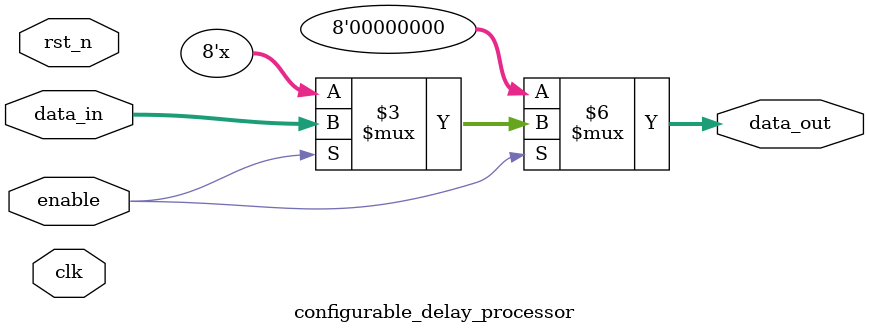
<source format=sv>
module and_gate_8_delay (
    input  wire [7:0] a,    // 8-bit input A
    input  wire [7:0] b,    // 8-bit input B
    output wire [7:0] y     // 8-bit output Y
);
    // 内部信号
    wire [7:0] and_result;

    // 实例化位操作单元
    bit_operation_unit #(
        .WIDTH(8),
        .OPERATION("AND")
    ) bit_op_inst (
        .operand_a(a),
        .operand_b(b),
        .result(and_result)
    );
    
    // 实例化可配置延迟处理器
    configurable_delay_processor #(
        .WIDTH(8),
        .DELAY_TYPE("FIXED"),
        .DELAY_VALUE(5)
    ) delay_inst (
        .clk(1'b0),          // 不使用时钟
        .rst_n(1'b1),        // 不使用复位
        .enable(1'b1),       // 始终启用
        .data_in(and_result),
        .data_out(y)
    );
    
endmodule

// 位操作单元 - 支持多种位运算
module bit_operation_unit #(
    parameter WIDTH = 8,
    parameter OPERATION = "AND"  // 支持: "AND", "OR", "XOR", "NAND"
)(
    input  wire [WIDTH-1:0] operand_a,
    input  wire [WIDTH-1:0] operand_b,
    output reg  [WIDTH-1:0] result
);
    // 基于参数执行选定的位操作
    always @(*) begin
        case (OPERATION)
            "AND":  result = operand_a & operand_b;
            "OR":   result = operand_a | operand_b;
            "XOR":  result = operand_a ^ operand_b;
            "NAND": result = ~(operand_a & operand_b);
            default: result = operand_a & operand_b; // 默认为AND操作
        endcase
    end
    
endmodule

// 可配置延迟处理器
module configurable_delay_processor #(
    parameter WIDTH = 8,
    parameter DELAY_TYPE = "FIXED",   // "FIXED", "VARIABLE", "NONE"
    parameter DELAY_VALUE = 5         // 延迟时间单位
)(
    input  wire clk,                  // 时钟（用于同步延迟模式）
    input  wire rst_n,                // 异步复位（低电平有效）
    input  wire enable,               // 模块使能信号
    input  wire [WIDTH-1:0] data_in,  // 输入数据
    output reg  [WIDTH-1:0] data_out  // 延迟后的输出
);
    // 管理数据延迟和输出
    always @(*) begin
        if (enable) begin
            case (DELAY_TYPE)
                "FIXED": begin
                    #DELAY_VALUE data_out = data_in;
                end
                "VARIABLE": begin
                    // 在可变延迟模式下可以添加额外逻辑
                    #(DELAY_VALUE + (|data_in)) data_out = data_in;
                end
                "NONE": begin
                    data_out = data_in; // 无延迟直通
                end
                default: begin
                    #DELAY_VALUE data_out = data_in; // 默认为固定延迟
                end
            endcase
        end
        else begin
            data_out = {WIDTH{1'b0}}; // 未启用时输出全零
        end
    end
    
endmodule
</source>
